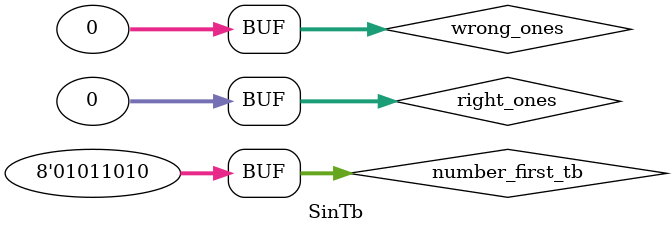
<source format=v>
`timescale 1ns / 1ps


module SinTb();

    reg [7:0]number_first_tb;
    wire whole_tb;
    wire [6:0]fraction_tb;
    wire sign_tb;
    reg [31:0]right_ones = 0;
    reg [31:0]wrong_ones = 0;
    
    Sin uut(.number_first(number_first_tb), 
            .whole(whole_tb), 
            .fraction(fraction_tb), 
            .sign(sign_tb)
            );
    
    initial begin
        //Exact Result = 0.0
        #5
        if((whole_tb == 0)&(fraction_tb == 0)&(sign_tb == 0)) begin
            right_ones = right_ones + 1;
        end
        if((whole_tb != 0)|(fraction_tb != 0)|(sign_tb != 0)) begin
            wrong_ones = wrong_ones + 1;
        end
        #5;
        number_first_tb = 1;
        //Exact Result = 0.01745240643728351
        #5
        if((whole_tb == 0)&(fraction_tb == 1)&(sign_tb == 0)) begin
            right_ones = right_ones + 1;
        end
        if((whole_tb != 0)|(fraction_tb != 1)|(sign_tb != 0)) begin
            wrong_ones = wrong_ones + 1;
        end
        #5;
        number_first_tb = 2;
        //Exact Result = 0.03489949670250097
        #5
        if((whole_tb == 0)&(fraction_tb == 3)&(sign_tb == 0)) begin
            right_ones = right_ones + 1;
        end
        if((whole_tb != 0)|(fraction_tb != 3)|(sign_tb != 0)) begin
            wrong_ones = wrong_ones + 1;
        end
        #5;
        number_first_tb = 3;
        //Exact Result = 0.052335956242943835
        #5
        if((whole_tb == 0)&(fraction_tb == 5)&(sign_tb == 0)) begin
            right_ones = right_ones + 1;
        end
        if((whole_tb != 0)|(fraction_tb != 5)|(sign_tb != 0)) begin
            wrong_ones = wrong_ones + 1;
        end
        #5;
        number_first_tb = 4;
        //Exact Result = 0.0697564737441253
        #5
        if((whole_tb == 0)&(fraction_tb == 6)&(sign_tb == 0)) begin
            right_ones = right_ones + 1;
        end
        if((whole_tb != 0)|(fraction_tb != 6)|(sign_tb != 0)) begin
            wrong_ones = wrong_ones + 1;
        end
        #5;
        number_first_tb = 5;
        //Exact Result = 0.08715574274765817
        #5
        if((whole_tb == 0)&(fraction_tb == 8)&(sign_tb == 0)) begin
            right_ones = right_ones + 1;
        end
        if((whole_tb != 0)|(fraction_tb != 8)|(sign_tb != 0)) begin
            wrong_ones = wrong_ones + 1;
        end
        #5;
        number_first_tb = 6;
        //Exact Result = 0.10452846326765347
        #5
        if((whole_tb == 0)&(fraction_tb == 10)&(sign_tb == 0)) begin
            right_ones = right_ones + 1;
        end
        if((whole_tb != 0)|(fraction_tb != 10)|(sign_tb != 0)) begin
            wrong_ones = wrong_ones + 1;
        end
        #5;
        number_first_tb = 7;
        //Exact Result = 0.12186934340514748
        #5
        if((whole_tb == 0)&(fraction_tb == 12)&(sign_tb == 0)) begin
            right_ones = right_ones + 1;
        end
        if((whole_tb != 0)|(fraction_tb != 12)|(sign_tb != 0)) begin
            wrong_ones = wrong_ones + 1;
        end
        #5;
        number_first_tb = 8;
        //Exact Result = 0.13917310096006544
        #5
        if((whole_tb == 0)&(fraction_tb == 13)&(sign_tb == 0)) begin
            right_ones = right_ones + 1;
        end
        if((whole_tb != 0)|(fraction_tb != 13)|(sign_tb != 0)) begin
            wrong_ones = wrong_ones + 1;
        end
        #5;
        number_first_tb = 9;
        //Exact Result = 0.15643446504023087
        #5
        if((whole_tb == 0)&(fraction_tb == 15)&(sign_tb == 0)) begin
            right_ones = right_ones + 1;
        end
        if((whole_tb != 0)|(fraction_tb != 15)|(sign_tb != 0)) begin
            wrong_ones = wrong_ones + 1;
        end
        #5;
        number_first_tb = 10;
        //Exact Result = 0.17364817766693033
        #5
        if((whole_tb == 0)&(fraction_tb == 17)&(sign_tb == 0)) begin
            right_ones = right_ones + 1;
        end
        if((whole_tb != 0)|(fraction_tb != 17)|(sign_tb != 0)) begin
            wrong_ones = wrong_ones + 1;
        end
        #5;
        number_first_tb = 11;
        //Exact Result = 0.1908089953765448
        #5
        if((whole_tb == 0)&(fraction_tb == 19)&(sign_tb == 0)) begin
            right_ones = right_ones + 1;
        end
        if((whole_tb != 0)|(fraction_tb != 19)|(sign_tb != 0)) begin
            wrong_ones = wrong_ones + 1;
        end
        #5;
        number_first_tb = 12;
        //Exact Result = 0.20791169081775934
        #5
        if((whole_tb == 0)&(fraction_tb == 20)&(sign_tb == 0)) begin
            right_ones = right_ones + 1;
        end
        if((whole_tb != 0)|(fraction_tb != 20)|(sign_tb != 0)) begin
            wrong_ones = wrong_ones + 1;
        end
        #5;
        number_first_tb = 13;
        //Exact Result = 0.224951054343865
        #5
        if((whole_tb == 0)&(fraction_tb == 22)&(sign_tb == 0)) begin
            right_ones = right_ones + 1;
        end
        if((whole_tb != 0)|(fraction_tb != 22)|(sign_tb != 0)) begin
            wrong_ones = wrong_ones + 1;
        end
        #5;
        number_first_tb = 14;
        //Exact Result = 0.24192189559966773
        #5
        if((whole_tb == 0)&(fraction_tb == 24)&(sign_tb == 0)) begin
            right_ones = right_ones + 1;
        end
        if((whole_tb != 0)|(fraction_tb != 24)|(sign_tb != 0)) begin
            wrong_ones = wrong_ones + 1;
        end
        #5;
        number_first_tb = 15;
        //Exact Result = 0.25881904510252074
        #5
        if((whole_tb == 0)&(fraction_tb == 25)&(sign_tb == 0)) begin
            right_ones = right_ones + 1;
        end
        if((whole_tb != 0)|(fraction_tb != 25)|(sign_tb != 0)) begin
            wrong_ones = wrong_ones + 1;
        end
        #5;
        number_first_tb = 16;
        //Exact Result = 0.27563735581699916
        #5
        if((whole_tb == 0)&(fraction_tb == 27)&(sign_tb == 0)) begin
            right_ones = right_ones + 1;
        end
        if((whole_tb != 0)|(fraction_tb != 27)|(sign_tb != 0)) begin
            wrong_ones = wrong_ones + 1;
        end
        #5;
        number_first_tb = 17;
        //Exact Result = 0.29237170472273677
        #5
        if((whole_tb == 0)&(fraction_tb == 29)&(sign_tb == 0)) begin
            right_ones = right_ones + 1;
        end
        if((whole_tb != 0)|(fraction_tb != 29)|(sign_tb != 0)) begin
            wrong_ones = wrong_ones + 1;
        end
        #5;
        number_first_tb = 18;
        //Exact Result = 0.3090169943749474
        #5
        if((whole_tb == 0)&(fraction_tb == 30)&(sign_tb == 0)) begin
            right_ones = right_ones + 1;
        end
        if((whole_tb != 0)|(fraction_tb != 30)|(sign_tb != 0)) begin
            wrong_ones = wrong_ones + 1;
        end
        #5;
        number_first_tb = 19;
        //Exact Result = 0.3255681544571567
        #5
        if((whole_tb == 0)&(fraction_tb == 32)&(sign_tb == 0)) begin
            right_ones = right_ones + 1;
        end
        if((whole_tb != 0)|(fraction_tb != 32)|(sign_tb != 0)) begin
            wrong_ones = wrong_ones + 1;
        end
        #5;
        number_first_tb = 20;
        //Exact Result = 0.3420201433256687
        #5
        if((whole_tb == 0)&(fraction_tb == 34)&(sign_tb == 0)) begin
            right_ones = right_ones + 1;
        end
        if((whole_tb != 0)|(fraction_tb != 34)|(sign_tb != 0)) begin
            wrong_ones = wrong_ones + 1;
        end
        #5;
        number_first_tb = 21;
        //Exact Result = 0.35836794954530027
        #5
        if((whole_tb == 0)&(fraction_tb == 35)&(sign_tb == 0)) begin
            right_ones = right_ones + 1;
        end
        if((whole_tb != 0)|(fraction_tb != 35)|(sign_tb != 0)) begin
            wrong_ones = wrong_ones + 1;
        end
        #5;
        number_first_tb = 22;
        //Exact Result = 0.374606593415912
        #5
        if((whole_tb == 0)&(fraction_tb == 37)&(sign_tb == 0)) begin
            right_ones = right_ones + 1;
        end
        if((whole_tb != 0)|(fraction_tb != 37)|(sign_tb != 0)) begin
            wrong_ones = wrong_ones + 1;
        end
        #5;
        number_first_tb = 23;
        //Exact Result = 0.39073112848927377
        #5
        if((whole_tb == 0)&(fraction_tb == 39)&(sign_tb == 0)) begin
            right_ones = right_ones + 1;
        end
        if((whole_tb != 0)|(fraction_tb != 39)|(sign_tb != 0)) begin
            wrong_ones = wrong_ones + 1;
        end
        #5;
        number_first_tb = 24;
        //Exact Result = 0.4067366430758002
        #5
        if((whole_tb == 0)&(fraction_tb == 40)&(sign_tb == 0)) begin
            right_ones = right_ones + 1;
        end
        if((whole_tb != 0)|(fraction_tb != 40)|(sign_tb != 0)) begin
            wrong_ones = wrong_ones + 1;
        end
        #5;
        number_first_tb = 25;
        //Exact Result = 0.42261826174069944
        #5
        if((whole_tb == 0)&(fraction_tb == 42)&(sign_tb == 0)) begin
            right_ones = right_ones + 1;
        end
        if((whole_tb != 0)|(fraction_tb != 42)|(sign_tb != 0)) begin
            wrong_ones = wrong_ones + 1;
        end
        #5;
        number_first_tb = 26;
        //Exact Result = 0.4383711467890774
        #5
        if((whole_tb == 0)&(fraction_tb == 43)&(sign_tb == 0)) begin
            right_ones = right_ones + 1;
        end
        if((whole_tb != 0)|(fraction_tb != 43)|(sign_tb != 0)) begin
            wrong_ones = wrong_ones + 1;
        end
        #5;
        number_first_tb = 27;
        //Exact Result = 0.45399049973954675
        #5
        if((whole_tb == 0)&(fraction_tb == 45)&(sign_tb == 0)) begin
            right_ones = right_ones + 1;
        end
        if((whole_tb != 0)|(fraction_tb != 45)|(sign_tb != 0)) begin
            wrong_ones = wrong_ones + 1;
        end
        #5;
        number_first_tb = 28;
        //Exact Result = 0.4694715627858908
        #5
        if((whole_tb == 0)&(fraction_tb == 46)&(sign_tb == 0)) begin
            right_ones = right_ones + 1;
        end
        if((whole_tb != 0)|(fraction_tb != 46)|(sign_tb != 0)) begin
            wrong_ones = wrong_ones + 1;
        end
        #5;
        number_first_tb = 29;
        //Exact Result = 0.48480962024633706
        #5
        if((whole_tb == 0)&(fraction_tb == 48)&(sign_tb == 0)) begin
            right_ones = right_ones + 1;
        end
        if((whole_tb != 0)|(fraction_tb != 48)|(sign_tb != 0)) begin
            wrong_ones = wrong_ones + 1;
        end
        #5;
        number_first_tb = 30;
        //Exact Result = 0.49999999999999994
        #5
        if((whole_tb == 0)&(fraction_tb == 49)&(sign_tb == 0)) begin
            right_ones = right_ones + 1;
        end
        if((whole_tb != 0)|(fraction_tb != 49)|(sign_tb != 0)) begin
            wrong_ones = wrong_ones + 1;
        end
        #5;
        number_first_tb = 31;
        //Exact Result = 0.5150380749100542
        #5
        if((whole_tb == 0)&(fraction_tb == 51)&(sign_tb == 0)) begin
            right_ones = right_ones + 1;
        end
        if((whole_tb != 0)|(fraction_tb != 51)|(sign_tb != 0)) begin
            wrong_ones = wrong_ones + 1;
        end
        #5;
        number_first_tb = 32;
        //Exact Result = 0.5299192642332049
        #5
        if((whole_tb == 0)&(fraction_tb == 52)&(sign_tb == 0)) begin
            right_ones = right_ones + 1;
        end
        if((whole_tb != 0)|(fraction_tb != 52)|(sign_tb != 0)) begin
            wrong_ones = wrong_ones + 1;
        end
        #5;
        number_first_tb = 33;
        //Exact Result = 0.5446390350150271
        #5
        if((whole_tb == 0)&(fraction_tb == 54)&(sign_tb == 0)) begin
            right_ones = right_ones + 1;
        end
        if((whole_tb != 0)|(fraction_tb != 54)|(sign_tb != 0)) begin
            wrong_ones = wrong_ones + 1;
        end
        #5;
        number_first_tb = 34;
        //Exact Result = 0.5591929034707469
        #5
        if((whole_tb == 0)&(fraction_tb == 55)&(sign_tb == 0)) begin
            right_ones = right_ones + 1;
        end
        if((whole_tb != 0)|(fraction_tb != 55)|(sign_tb != 0)) begin
            wrong_ones = wrong_ones + 1;
        end
        #5;
        number_first_tb = 35;
        //Exact Result = 0.573576436351046
        #5
        if((whole_tb == 0)&(fraction_tb == 57)&(sign_tb == 0)) begin
            right_ones = right_ones + 1;
        end
        if((whole_tb != 0)|(fraction_tb != 57)|(sign_tb != 0)) begin
            wrong_ones = wrong_ones + 1;
        end
        #5;
        number_first_tb = 36;
        //Exact Result = 0.5877852522924731
        #5
        if((whole_tb == 0)&(fraction_tb == 58)&(sign_tb == 0)) begin
            right_ones = right_ones + 1;
        end
        if((whole_tb != 0)|(fraction_tb != 58)|(sign_tb != 0)) begin
            wrong_ones = wrong_ones + 1;
        end
        #5;
        number_first_tb = 37;
        //Exact Result = 0.6018150231520483
        #5
        if((whole_tb == 0)&(fraction_tb == 60)&(sign_tb == 0)) begin
            right_ones = right_ones + 1;
        end
        if((whole_tb != 0)|(fraction_tb != 60)|(sign_tb != 0)) begin
            wrong_ones = wrong_ones + 1;
        end
        #5;
        number_first_tb = 38;
        //Exact Result = 0.6156614753256583
        #5
        if((whole_tb == 0)&(fraction_tb == 61)&(sign_tb == 0)) begin
            right_ones = right_ones + 1;
        end
        if((whole_tb != 0)|(fraction_tb != 61)|(sign_tb != 0)) begin
            wrong_ones = wrong_ones + 1;
        end
        #5;
        number_first_tb = 39;
        //Exact Result = 0.6293203910498374
        #5
        if((whole_tb == 0)&(fraction_tb == 62)&(sign_tb == 0)) begin
            right_ones = right_ones + 1;
        end
        if((whole_tb != 0)|(fraction_tb != 62)|(sign_tb != 0)) begin
            wrong_ones = wrong_ones + 1;
        end
        #5;
        number_first_tb = 40;
        //Exact Result = 0.6427876096865393
        #5
        if((whole_tb == 0)&(fraction_tb == 64)&(sign_tb == 0)) begin
            right_ones = right_ones + 1;
        end
        if((whole_tb != 0)|(fraction_tb != 64)|(sign_tb != 0)) begin
            wrong_ones = wrong_ones + 1;
        end
        #5;
        number_first_tb = 41;
        //Exact Result = 0.6560590289905073
        #5
        if((whole_tb == 0)&(fraction_tb == 65)&(sign_tb == 0)) begin
            right_ones = right_ones + 1;
        end
        if((whole_tb != 0)|(fraction_tb != 65)|(sign_tb != 0)) begin
            wrong_ones = wrong_ones + 1;
        end
        #5;
        number_first_tb = 42;
        //Exact Result = 0.6691306063588582
        #5
        if((whole_tb == 0)&(fraction_tb == 66)&(sign_tb == 0)) begin
            right_ones = right_ones + 1;
        end
        if((whole_tb != 0)|(fraction_tb != 66)|(sign_tb != 0)) begin
            wrong_ones = wrong_ones + 1;
        end
        #5;
        number_first_tb = 43;
        //Exact Result = 0.6819983600624985
        #5
        if((whole_tb == 0)&(fraction_tb == 68)&(sign_tb == 0)) begin
            right_ones = right_ones + 1;
        end
        if((whole_tb != 0)|(fraction_tb != 68)|(sign_tb != 0)) begin
            wrong_ones = wrong_ones + 1;
        end
        #5;
        number_first_tb = 44;
        //Exact Result = 0.6946583704589973
        #5
        if((whole_tb == 0)&(fraction_tb == 69)&(sign_tb == 0)) begin
            right_ones = right_ones + 1;
        end
        if((whole_tb != 0)|(fraction_tb != 69)|(sign_tb != 0)) begin
            wrong_ones = wrong_ones + 1;
        end
        #5;
        number_first_tb = 45;
        //Exact Result = 0.7071067811865476
        #5
        if((whole_tb == 0)&(fraction_tb == 70)&(sign_tb == 0)) begin
            right_ones = right_ones + 1;
        end
        if((whole_tb != 0)|(fraction_tb != 70)|(sign_tb != 0)) begin
            wrong_ones = wrong_ones + 1;
        end
        #5;
        number_first_tb = 46;
        //Exact Result = 0.7193398003386512
        #5
        if((whole_tb == 0)&(fraction_tb == 71)&(sign_tb == 0)) begin
            right_ones = right_ones + 1;
        end
        if((whole_tb != 0)|(fraction_tb != 71)|(sign_tb != 0)) begin
            wrong_ones = wrong_ones + 1;
        end
        #5;
        number_first_tb = 47;
        //Exact Result = 0.7313537016191705
        #5
        if((whole_tb == 0)&(fraction_tb == 73)&(sign_tb == 0)) begin
            right_ones = right_ones + 1;
        end
        if((whole_tb != 0)|(fraction_tb != 73)|(sign_tb != 0)) begin
            wrong_ones = wrong_ones + 1;
        end
        #5;
        number_first_tb = 48;
        //Exact Result = 0.7431448254773942
        #5
        if((whole_tb == 0)&(fraction_tb == 74)&(sign_tb == 0)) begin
            right_ones = right_ones + 1;
        end
        if((whole_tb != 0)|(fraction_tb != 74)|(sign_tb != 0)) begin
            wrong_ones = wrong_ones + 1;
        end
        #5;
        number_first_tb = 49;
        //Exact Result = 0.754709580222772
        #5
        if((whole_tb == 0)&(fraction_tb == 75)&(sign_tb == 0)) begin
            right_ones = right_ones + 1;
        end
        if((whole_tb != 0)|(fraction_tb != 75)|(sign_tb != 0)) begin
            wrong_ones = wrong_ones + 1;
        end
        #5;
        number_first_tb = 50;
        //Exact Result = 0.766044443118978
        #5
        if((whole_tb == 0)&(fraction_tb == 76)&(sign_tb == 0)) begin
            right_ones = right_ones + 1;
        end
        if((whole_tb != 0)|(fraction_tb != 76)|(sign_tb != 0)) begin
            wrong_ones = wrong_ones + 1;
        end
        #5;
        number_first_tb = 51;
        //Exact Result = 0.7771459614569709
        #5
        if((whole_tb == 0)&(fraction_tb == 77)&(sign_tb == 0)) begin
            right_ones = right_ones + 1;
        end
        if((whole_tb != 0)|(fraction_tb != 77)|(sign_tb != 0)) begin
            wrong_ones = wrong_ones + 1;
        end
        #5;
        number_first_tb = 52;
        //Exact Result = 0.788010753606722
        #5
        if((whole_tb == 0)&(fraction_tb == 78)&(sign_tb == 0)) begin
            right_ones = right_ones + 1;
        end
        if((whole_tb != 0)|(fraction_tb != 78)|(sign_tb != 0)) begin
            wrong_ones = wrong_ones + 1;
        end
        #5;
        number_first_tb = 53;
        //Exact Result = 0.7986355100472928
        #5
        if((whole_tb == 0)&(fraction_tb == 79)&(sign_tb == 0)) begin
            right_ones = right_ones + 1;
        end
        if((whole_tb != 0)|(fraction_tb != 79)|(sign_tb != 0)) begin
            wrong_ones = wrong_ones + 1;
        end
        #5;
        number_first_tb = 54;
        //Exact Result = 0.8090169943749475
        #5
        if((whole_tb == 0)&(fraction_tb == 80)&(sign_tb == 0)) begin
            right_ones = right_ones + 1;
        end
        if((whole_tb != 0)|(fraction_tb != 80)|(sign_tb != 0)) begin
            wrong_ones = wrong_ones + 1;
        end
        #5;
        number_first_tb = 55;
        //Exact Result = 0.8191520442889918
        #5
        if((whole_tb == 0)&(fraction_tb == 81)&(sign_tb == 0)) begin
            right_ones = right_ones + 1;
        end
        if((whole_tb != 0)|(fraction_tb != 81)|(sign_tb != 0)) begin
            wrong_ones = wrong_ones + 1;
        end
        #5;
        number_first_tb = 56;
        //Exact Result = 0.8290375725550417
        #5
        if((whole_tb == 0)&(fraction_tb == 82)&(sign_tb == 0)) begin
            right_ones = right_ones + 1;
        end
        if((whole_tb != 0)|(fraction_tb != 82)|(sign_tb != 0)) begin
            wrong_ones = wrong_ones + 1;
        end
        #5;
        number_first_tb = 57;
        //Exact Result = 0.838670567945424
        #5
        if((whole_tb == 0)&(fraction_tb == 83)&(sign_tb == 0)) begin
            right_ones = right_ones + 1;
        end
        if((whole_tb != 0)|(fraction_tb != 83)|(sign_tb != 0)) begin
            wrong_ones = wrong_ones + 1;
        end
        #5;
        number_first_tb = 58;
        //Exact Result = 0.8480480961564261
        #5
        if((whole_tb == 0)&(fraction_tb == 84)&(sign_tb == 0)) begin
            right_ones = right_ones + 1;
        end
        if((whole_tb != 0)|(fraction_tb != 84)|(sign_tb != 0)) begin
            wrong_ones = wrong_ones + 1;
        end
        #5;
        number_first_tb = 59;
        //Exact Result = 0.8571673007021123
        #5
        if((whole_tb == 0)&(fraction_tb == 85)&(sign_tb == 0)) begin
            right_ones = right_ones + 1;
        end
        if((whole_tb != 0)|(fraction_tb != 85)|(sign_tb != 0)) begin
            wrong_ones = wrong_ones + 1;
        end
        #5;
        number_first_tb = 60;
        //Exact Result = 0.8660254037844386
        #5
        if((whole_tb == 0)&(fraction_tb == 86)&(sign_tb == 0)) begin
            right_ones = right_ones + 1;
        end
        if((whole_tb != 0)|(fraction_tb != 86)|(sign_tb != 0)) begin
            wrong_ones = wrong_ones + 1;
        end
        #5;
        number_first_tb = 61;
        //Exact Result = 0.8746197071393957
        #5
        if((whole_tb == 0)&(fraction_tb == 87)&(sign_tb == 0)) begin
            right_ones = right_ones + 1;
        end
        if((whole_tb != 0)|(fraction_tb != 87)|(sign_tb != 0)) begin
            wrong_ones = wrong_ones + 1;
        end
        #5;
        number_first_tb = 62;
        //Exact Result = 0.8829475928589269
        #5
        if((whole_tb == 0)&(fraction_tb == 88)&(sign_tb == 0)) begin
            right_ones = right_ones + 1;
        end
        if((whole_tb != 0)|(fraction_tb != 88)|(sign_tb != 0)) begin
            wrong_ones = wrong_ones + 1;
        end
        #5;
        number_first_tb = 63;
        //Exact Result = 0.8910065241883678
        #5
        if((whole_tb == 0)&(fraction_tb == 89)&(sign_tb == 0)) begin
            right_ones = right_ones + 1;
        end
        if((whole_tb != 0)|(fraction_tb != 89)|(sign_tb != 0)) begin
            wrong_ones = wrong_ones + 1;
        end
        #5;
        number_first_tb = 64;
        //Exact Result = 0.898794046299167
        #5
        if((whole_tb == 0)&(fraction_tb == 89)&(sign_tb == 0)) begin
            right_ones = right_ones + 1;
        end
        if((whole_tb != 0)|(fraction_tb != 89)|(sign_tb != 0)) begin
            wrong_ones = wrong_ones + 1;
        end
        #5;
        number_first_tb = 65;
        //Exact Result = 0.9063077870366499
        #5
        if((whole_tb == 0)&(fraction_tb == 90)&(sign_tb == 0)) begin
            right_ones = right_ones + 1;
        end
        if((whole_tb != 0)|(fraction_tb != 90)|(sign_tb != 0)) begin
            wrong_ones = wrong_ones + 1;
        end
        #5;
        number_first_tb = 66;
        //Exact Result = 0.9135454576426009
        #5
        if((whole_tb == 0)&(fraction_tb == 91)&(sign_tb == 0)) begin
            right_ones = right_ones + 1;
        end
        if((whole_tb != 0)|(fraction_tb != 91)|(sign_tb != 0)) begin
            wrong_ones = wrong_ones + 1;
        end
        #5;
        number_first_tb = 67;
        //Exact Result = 0.9205048534524404
        #5
        if((whole_tb == 0)&(fraction_tb == 92)&(sign_tb == 0)) begin
            right_ones = right_ones + 1;
        end
        if((whole_tb != 0)|(fraction_tb != 92)|(sign_tb != 0)) begin
            wrong_ones = wrong_ones + 1;
        end
        #5;
        number_first_tb = 68;
        //Exact Result = 0.9271838545667874
        #5
        if((whole_tb == 0)&(fraction_tb == 92)&(sign_tb == 0)) begin
            right_ones = right_ones + 1;
        end
        if((whole_tb != 0)|(fraction_tb != 92)|(sign_tb != 0)) begin
            wrong_ones = wrong_ones + 1;
        end
        #5;
        number_first_tb = 69;
        //Exact Result = 0.9335804264972017
        #5
        if((whole_tb == 0)&(fraction_tb == 93)&(sign_tb == 0)) begin
            right_ones = right_ones + 1;
        end
        if((whole_tb != 0)|(fraction_tb != 93)|(sign_tb != 0)) begin
            wrong_ones = wrong_ones + 1;
        end
        #5;
        number_first_tb = 70;
        //Exact Result = 0.9396926207859083
        #5
        if((whole_tb == 0)&(fraction_tb == 93)&(sign_tb == 0)) begin
            right_ones = right_ones + 1;
        end
        if((whole_tb != 0)|(fraction_tb != 93)|(sign_tb != 0)) begin
            wrong_ones = wrong_ones + 1;
        end
        #5;
        number_first_tb = 71;
        //Exact Result = 0.9455185755993167
        #5
        if((whole_tb == 0)&(fraction_tb == 94)&(sign_tb == 0)) begin
            right_ones = right_ones + 1;
        end
        if((whole_tb != 0)|(fraction_tb != 94)|(sign_tb != 0)) begin
            wrong_ones = wrong_ones + 1;
        end
        #5;
        number_first_tb = 72;
        //Exact Result = 0.9510565162951535
        #5
        if((whole_tb == 0)&(fraction_tb == 95)&(sign_tb == 0)) begin
            right_ones = right_ones + 1;
        end
        if((whole_tb != 0)|(fraction_tb != 95)|(sign_tb != 0)) begin
            wrong_ones = wrong_ones + 1;
        end
        #5;
        number_first_tb = 73;
        //Exact Result = 0.9563047559630354
        #5
        if((whole_tb == 0)&(fraction_tb == 95)&(sign_tb == 0)) begin
            right_ones = right_ones + 1;
        end
        if((whole_tb != 0)|(fraction_tb != 95)|(sign_tb != 0)) begin
            wrong_ones = wrong_ones + 1;
        end
        #5;
        number_first_tb = 74;
        //Exact Result = 0.9612616959383189
        #5
        if((whole_tb == 0)&(fraction_tb == 96)&(sign_tb == 0)) begin
            right_ones = right_ones + 1;
        end
        if((whole_tb != 0)|(fraction_tb != 96)|(sign_tb != 0)) begin
            wrong_ones = wrong_ones + 1;
        end
        #5;
        number_first_tb = 75;
        //Exact Result = 0.9659258262890683
        #5
        if((whole_tb == 0)&(fraction_tb == 96)&(sign_tb == 0)) begin
            right_ones = right_ones + 1;
        end
        if((whole_tb != 0)|(fraction_tb != 96)|(sign_tb != 0)) begin
            wrong_ones = wrong_ones + 1;
        end
        #5;
        number_first_tb = 76;
        //Exact Result = 0.9702957262759965
        #5
        if((whole_tb == 0)&(fraction_tb == 97)&(sign_tb == 0)) begin
            right_ones = right_ones + 1;
        end
        if((whole_tb != 0)|(fraction_tb != 97)|(sign_tb != 0)) begin
            wrong_ones = wrong_ones + 1;
        end
        #5;
        number_first_tb = 77;
        //Exact Result = 0.9743700647852352
        #5
        if((whole_tb == 0)&(fraction_tb == 97)&(sign_tb == 0)) begin
            right_ones = right_ones + 1;
        end
        if((whole_tb != 0)|(fraction_tb != 97)|(sign_tb != 0)) begin
            wrong_ones = wrong_ones + 1;
        end
        #5;
        number_first_tb = 78;
        //Exact Result = 0.9781476007338056
        #5
        if((whole_tb == 0)&(fraction_tb == 97)&(sign_tb == 0)) begin
            right_ones = right_ones + 1;
        end
        if((whole_tb != 0)|(fraction_tb != 97)|(sign_tb != 0)) begin
            wrong_ones = wrong_ones + 1;
        end
        #5;
        number_first_tb = 79;
        //Exact Result = 0.981627183447664
        #5
        if((whole_tb == 0)&(fraction_tb == 98)&(sign_tb == 0)) begin
            right_ones = right_ones + 1;
        end
        if((whole_tb != 0)|(fraction_tb != 98)|(sign_tb != 0)) begin
            wrong_ones = wrong_ones + 1;
        end
        #5;
        number_first_tb = 80;
        //Exact Result = 0.984807753012208
        #5
        if((whole_tb == 0)&(fraction_tb == 98)&(sign_tb == 0)) begin
            right_ones = right_ones + 1;
        end
        if((whole_tb != 0)|(fraction_tb != 98)|(sign_tb != 0)) begin
            wrong_ones = wrong_ones + 1;
        end
        #5;
        number_first_tb = 81;
        //Exact Result = 0.9876883405951378
        #5
        if((whole_tb == 0)&(fraction_tb == 98)&(sign_tb == 0)) begin
            right_ones = right_ones + 1;
        end
        if((whole_tb != 0)|(fraction_tb != 98)|(sign_tb != 0)) begin
            wrong_ones = wrong_ones + 1;
        end
        #5;
        number_first_tb = 82;
        //Exact Result = 0.9902680687415704
        #5
        if((whole_tb == 0)&(fraction_tb == 99)&(sign_tb == 0)) begin
            right_ones = right_ones + 1;
        end
        if((whole_tb != 0)|(fraction_tb != 99)|(sign_tb != 0)) begin
            wrong_ones = wrong_ones + 1;
        end
        #5;
        number_first_tb = 83;
        //Exact Result = 0.992546151641322
        #5
        if((whole_tb == 0)&(fraction_tb == 99)&(sign_tb == 0)) begin
            right_ones = right_ones + 1;
        end
        if((whole_tb != 0)|(fraction_tb != 99)|(sign_tb != 0)) begin
            wrong_ones = wrong_ones + 1;
        end
        #5;
        number_first_tb = 84;
        //Exact Result = 0.9945218953682733
        #5
        if((whole_tb == 0)&(fraction_tb == 99)&(sign_tb == 0)) begin
            right_ones = right_ones + 1;
        end
        if((whole_tb != 0)|(fraction_tb != 99)|(sign_tb != 0)) begin
            wrong_ones = wrong_ones + 1;
        end
        #5;
        number_first_tb = 85;
        //Exact Result = 0.9961946980917455
        #5
        if((whole_tb == 0)&(fraction_tb == 99)&(sign_tb == 0)) begin
            right_ones = right_ones + 1;
        end
        if((whole_tb != 0)|(fraction_tb != 99)|(sign_tb != 0)) begin
            wrong_ones = wrong_ones + 1;
        end
        #5;
        number_first_tb = 86;
        //Exact Result = 0.9975640502598242
        #5
        if((whole_tb == 0)&(fraction_tb == 99)&(sign_tb == 0)) begin
            right_ones = right_ones + 1;
        end
        if((whole_tb != 0)|(fraction_tb != 99)|(sign_tb != 0)) begin
            wrong_ones = wrong_ones + 1;
        end
        #5;
        number_first_tb = 87;
        //Exact Result = 0.9986295347545738
        #5
        if((whole_tb == 0)&(fraction_tb == 99)&(sign_tb == 0)) begin
            right_ones = right_ones + 1;
        end
        if((whole_tb != 0)|(fraction_tb != 99)|(sign_tb != 0)) begin
            wrong_ones = wrong_ones + 1;
        end
        #5;
        number_first_tb = 88;
        //Exact Result = 0.9993908270190958
        #5
        if((whole_tb == 0)&(fraction_tb == 99)&(sign_tb == 0)) begin
            right_ones = right_ones + 1;
        end
        if((whole_tb != 0)|(fraction_tb != 99)|(sign_tb != 0)) begin
            wrong_ones = wrong_ones + 1;
        end
        #5;
        number_first_tb = 89;
        //Exact Result = 0.9998476951563913
        #5
        if((whole_tb == 0)&(fraction_tb == 99)&(sign_tb == 0)) begin
            right_ones = right_ones + 1;
        end
        if((whole_tb != 0)|(fraction_tb != 99)|(sign_tb != 0)) begin
            wrong_ones = wrong_ones + 1;
        end
        #5;
        number_first_tb = 90;
        //Exact Result = 1.0
        #5
        if((whole_tb == 1)&(fraction_tb == 0)&(sign_tb == 0)) begin
            right_ones = right_ones + 1;
        end
        if((whole_tb != 1)|(fraction_tb != 0)|(sign_tb != 0)) begin
            wrong_ones = wrong_ones + 1;
        end
        #5;
    end

    

endmodule

</source>
